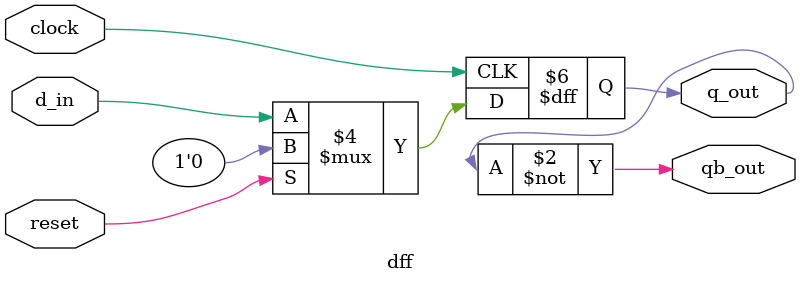
<source format=v>
module dff (
    input  wire clock, input  wire reset, input  wire d_in, output reg q_out,
    output wire qb_out);

    always @(posedge clock)
      begin
        if (reset)
            q_out <= 1'b0;
        else
            q_out <= d_in;
    end

    assign qb_out = ~q_out;

endmodule

</source>
